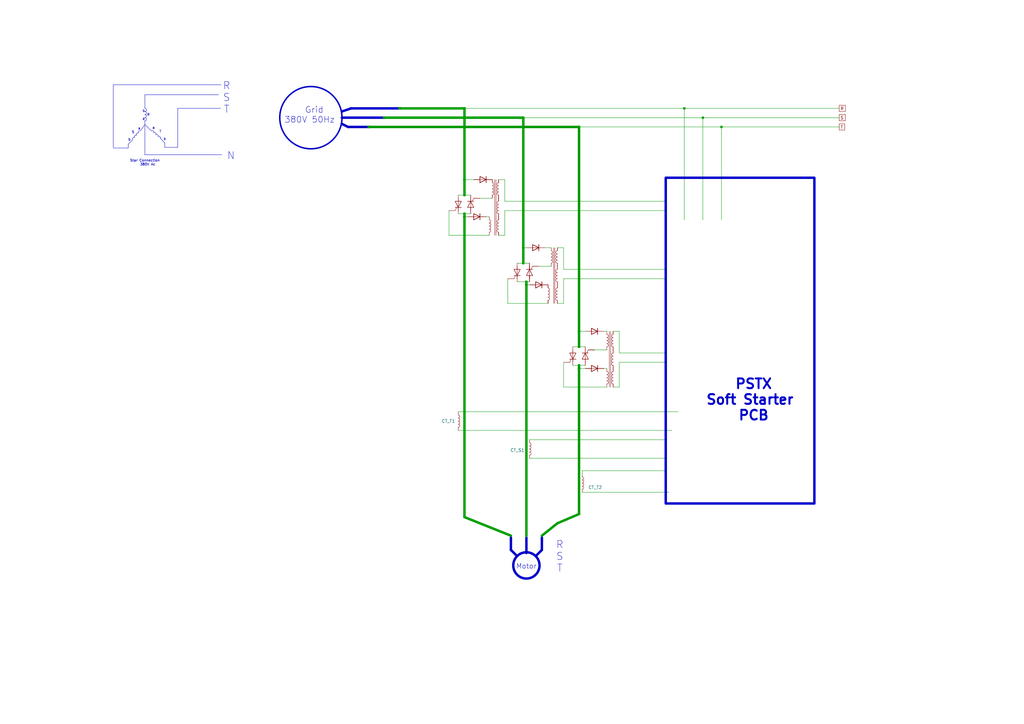
<source format=kicad_sch>
(kicad_sch (version 20250114) (generator "eeschema") (generator_version "9.0")
  (paper "A3")
  (title_block (date "2025-09-04"))
  (lib_symbols
    (symbol "Device:L" (pin_numbers (hide yes)) (pin_names (offset 1.016) (hide yes))
      (property "Reference" "L" (at -1.27 0 90))
      (property "Value" "L" (at 1.905 0 90))
      (symbol "L_0_1"
        (arc (start 0 2.54) (mid 0.6323 1.905) (end 0 1.27))
        (arc (start 0 1.27) (mid 0.6323 0.635) (end 0 0))
        (arc (start 0 0) (mid 0.6323 -0.635) (end 0 -1.27))
        (arc (start 0 -1.27) (mid 0.6323 -1.905) (end 0 -2.54))
      )
      (symbol "L_1_1"
        (pin passive line (at 0 3.81 270) (length 1.27) (name "1") (number "1"))
        (pin passive line (at 0 -3.81 90) (length 1.27) (name "2") (number "2"))
      )
    )
    (symbol "Diode:RF01VM2S" (pin_numbers (hide yes)) (pin_names (hide yes))
      (property "Reference" "D" (at 0 2.54 0))
      (property "Value" "RF01VM2S" (at 0 -2.54 0))
      (symbol "RF01VM2S_0_1"
        (polyline (pts (xy -1.27 1.27) (xy -1.27 -1.27)) (stroke (width 0.254)))
        (polyline (pts (xy 1.27 1.27) (xy 1.27 -1.27) (xy -1.27 0) (xy 1.27 1.27)) (stroke (width 0.254)))
        (polyline (pts (xy 1.27 0) (xy -1.27 0)))
      )
      (symbol "RF01VM2S_1_1"
        (pin passive line (at -3.81 0 0) (length 2.54) (name "K") (number "1"))
        (pin passive line (at 3.81 0 180) (length 2.54) (name "A") (number "2"))
      )
    )
    (symbol "TIC106_1" (pin_numbers (hide yes)) (pin_names (offset 0) (hide yes))
      (property "Reference" "Q" (at 2.54 1.905 0))
      (property "Value" "TIC106" (at 2.54 0 0))
      (symbol "TIC106_1_0_1"
        (polyline (pts (xy -1.27 1.27) (xy 1.27 1.27) (xy 0 -1.27) (xy -1.27 1.27)) (stroke (width 0.2032)))
        (polyline (pts (xy -1.27 -1.27) (xy 1.27 -1.27)) (stroke (width 0.2032)))
        (polyline (pts (xy -1.27 -2.54) (xy -0.635 -1.27)))
        (polyline (pts (xy 0 -2.54) (xy 0 2.54)))
      )
      (symbol "TIC106_1_1_1"
        (pin input line (at -3.81 -2.54 0) (length 2.54) (name "G") (number "3"))
        (pin passive line (at 0 3.81 270) (length 2.54) (name "A") (number "2"))
        (pin passive line (at 0 -3.81 90) (length 2.54) (name "K") (number "1"))
      )
    )
  )
  (circle (center 215.9 231.902) (radius 5.3882) (stroke (width 1)))
  (rectangle (start 273.05 72.898) (end 334.01 206.502) (stroke (width 1)))
  (arc (start 64.841 55.955) (mid 65.591 56.0539) (end 65.751 56.725))
  (arc (start 54.414 57.38) (mid 54.4487 56.6123) (end 55.176 56.364))
  (arc (start 62.043 53.633) (mid 62.8107 53.6677) (end 63.059 54.395))
  (arc (start 59.4358 48.26) (mid 60.0709 48.8949) (end 59.436 49.53))
  (arc (start 55.168 56.39) (mid 55.2669 55.64) (end 55.938 55.48))
  (arc (start 56.736 54.582) (mid 56.8349 53.832) (end 57.506 53.672))
  (arc (start 59.436 45.72) (mid 60.071 46.355) (end 59.436 46.99))
  (arc (start 59.436 44.45) (mid 60.071 45.085) (end 59.436 45.72))
  (arc (start 63.851 55.201) (mid 64.6187 55.2357) (end 64.867 55.963))
  (circle (center 127.508 48.26) (radius 12.7633) (stroke (width 0.6)))
  (arc (start 63.033 54.387) (mid 63.783 54.4859) (end 63.943 55.157))
  (arc (start 55.982 55.572) (mid 56.0167 54.8043) (end 56.744 54.556))
  (arc (start 59.4362 46.99) (mid 60.0599 47.6251) (end 59.436 48.26))
  (text "Star Connection\n   380V Ac" (at 59.436 66.802 0) (effects (font (size 1 1))))
  (text "PSTX\nSoft Starter \nPCB" (at 309.118 164.084 0) (effects (font (size 4 4) (thickness 0.8) (bold yes))))
  (text "a" (at 57.15 52.832 0) (effects (font (size 1 1))))
  (text "S" (at 54.61 54.356 0) (effects (font (size 1 1))))
  (text "N" (at 94.742 64.008 0) (effects (font (size 3 3))))
  (text "b" (at 53.086 57.404 0) (effects (font (size 1 1))))
  (text "T" (at 65.786 54.102 0) (effects (font (size 1 1))))
  (text "b\n     R\na\n" (at 58.928 47.244 0) (effects (font (size 1 1))))
  (text "R\nS\nT" (at 92.964 40.132 0) (effects (font (size 3 3))))
  (text "Motor" (at 215.9 232.41 0) (effects (font (size 2 2))))
  (text "  Grid\n380V 50Hz" (at 127 47.244 0) (effects (font (size 2.5 2.5))))
  (text "b" (at 67.564 57.15 0) (effects (font (size 1 1))))
  (text "a" (at 62.992 52.578 0) (effects (font (size 1 1))))
  (text "R\nS\nT" (at 229.616 228.346 0) (effects (font (size 3 3))))
  (junction (at 214.63 48.26))
  (junction (at 190.5 80.01))
  (junction (at 190.5 73.66))
  (junction (at 214.63 107.95))
  (junction (at 280.67 44.45))
  (junction (at 288.29 48.26))
  (junction (at 237.49 135.89))
  (junction (at 295.91 52.07))
  (junction (at 237.49 149.86))
  (junction (at 190.5 44.45))
  (junction (at 237.49 142.24))
  (junction (at 214.63 101.6))
  (junction (at 215.9 116.84))
  (junction (at 237.49 151.13))
  (junction (at 190.5 88.9))
  (junction (at 215.9 115.57))
  (junction (at 190.5 87.63))
  (junction (at 237.49 52.07))
  (wire (pts (xy 254 135.89) (xy 254 144.78)))
  (polyline (pts (xy 209.55 220.472) (xy 209.55 225.552)) (stroke (width 1) (type solid)))
  (wire (pts (xy 254 144.78) (xy 273.05 144.78)))
  (polyline (pts (xy 67.564 58.674) (xy 67.564 60.452)))
  (wire (pts (xy 207.01 86.36) (xy 273.05 86.36)))
  (polyline (pts (xy 52.578 60.706) (xy 46.482 60.706)))
  (wire (pts (xy 215.9 115.57) (xy 215.9 116.84)) (stroke (width 1)))
  (wire (pts (xy 190.5 88.9) (xy 190.5 212.09)) (stroke (width 1)))
  (polyline (pts (xy 222.25 220.472) (xy 222.25 225.552)) (stroke (width 1) (type solid)))
  (wire (pts (xy 231.14 110.49) (xy 273.05 110.49)))
  (wire (pts (xy 222.25 219.71) (xy 228.6 214.63)) (stroke (width 1)))
  (wire (pts (xy 231.14 114.3) (xy 231.14 124.46)))
  (wire (pts (xy 207.01 86.36) (xy 207.01 96.52)))
  (polyline (pts (xy 65.786 56.642) (xy 67.564 58.674)))
  (wire (pts (xy 231.14 158.75) (xy 248.92 158.75)))
  (polyline (pts (xy 249.936 135.89) (xy 249.936 158.75)) (stroke (width 0) (type solid) (color 132 0 0 1)))
  (wire (pts (xy 214.63 48.26) (xy 288.29 48.26)))
  (wire (pts (xy 215.9 101.6) (xy 214.63 101.6)))
  (wire (pts (xy 220.98 109.22) (xy 226.06 109.22)))
  (polyline (pts (xy 52.578 59.182) (xy 52.578 60.706)))
  (polyline (pts (xy 72.898 44.45) (xy 90.424 44.45)))
  (wire (pts (xy 190.5 80.01) (xy 193.04 80.01)))
  (wire (pts (xy 251.46 158.75) (xy 254 158.75)))
  (wire (pts (xy 280.67 44.45) (xy 344.17 44.45)))
  (wire (pts (xy 190.5 87.63) (xy 190.5 88.9)) (stroke (width 1)))
  (wire (pts (xy 247.65 135.89) (xy 248.92 135.89)))
  (wire (pts (xy 187.96 87.63) (xy 190.5 87.63)))
  (wire (pts (xy 151.13 52.07) (xy 237.49 52.07)) (stroke (width 1)))
  (wire (pts (xy 237.49 151.13) (xy 237.49 210.82)) (stroke (width 1)))
  (wire (pts (xy 231.14 114.3) (xy 273.05 114.3)))
  (polyline (pts (xy 59.436 44.45) (xy 59.436 38.862)))
  (wire (pts (xy 184.15 96.52) (xy 200.66 96.52)))
  (wire (pts (xy 217.17 180.34) (xy 273.05 180.34)))
  (wire (pts (xy 237.49 52.07) (xy 237.49 135.89)) (stroke (width 1)))
  (wire (pts (xy 295.91 52.07) (xy 295.91 90.17)))
  (polyline (pts (xy 59.436 38.862) (xy 89.662 38.862)))
  (polyline (pts (xy 57.658 53.594) (xy 59.436 51.054)))
  (wire (pts (xy 295.91 52.07) (xy 344.17 52.07)))
  (polyline (pts (xy 215.9 220.472) (xy 215.9 226.822)) (stroke (width 1) (type solid)))
  (wire (pts (xy 208.28 114.3) (xy 208.28 124.46)))
  (wire (pts (xy 190.5 44.45) (xy 163.83 44.45)) (stroke (width 1)))
  (wire (pts (xy 190.5 80.01) (xy 190.5 73.66)) (stroke (width 1)))
  (polyline (pts (xy 140.208 50.8) (xy 142.748 52.07)) (stroke (width 1) (type solid)))
  (wire (pts (xy 212.09 107.95) (xy 214.63 107.95)))
  (polyline (pts (xy 151.638 52.07) (xy 142.748 52.07)) (stroke (width 1) (type solid)))
  (polyline (pts (xy 227.076 101.6) (xy 227.076 124.46)) (stroke (width 0) (type solid) (color 132 0 0 1)))
  (wire (pts (xy 248.92 143.51) (xy 243.84 143.51)))
  (wire (pts (xy 231.14 158.75) (xy 231.14 148.59)))
  (wire (pts (xy 204.47 96.52) (xy 207.01 96.52)))
  (wire (pts (xy 223.52 101.6) (xy 226.06 101.6)))
  (wire (pts (xy 228.6 214.63) (xy 237.49 210.82)) (stroke (width 1)))
  (polyline (pts (xy 59.436 51.054) (xy 61.976 53.594)))
  (wire (pts (xy 201.93 81.28) (xy 196.85 81.28)))
  (polyline (pts (xy 46.482 34.798) (xy 90.678 34.798)))
  (wire (pts (xy 234.95 149.86) (xy 237.49 149.86)))
  (wire (pts (xy 214.63 107.95) (xy 217.17 107.95)))
  (wire (pts (xy 237.49 149.86) (xy 237.49 151.13)) (stroke (width 1)))
  (polyline (pts (xy 59.436 51.562) (xy 59.436 63.5)))
  (wire (pts (xy 194.31 73.66) (xy 190.5 73.66)))
  (wire (pts (xy 280.67 44.45) (xy 280.67 90.17)))
  (wire (pts (xy 238.76 193.04) (xy 238.76 194.31)))
  (wire (pts (xy 215.9 116.84) (xy 215.9 219.71)) (stroke (width 1)))
  (polyline (pts (xy 46.482 34.798) (xy 46.482 60.452)))
  (polyline (pts (xy 67.564 60.452) (xy 72.898 60.452)))
  (wire (pts (xy 237.49 135.89) (xy 237.49 137.16)))
  (wire (pts (xy 234.95 142.24) (xy 237.49 142.24)))
  (wire (pts (xy 199.39 88.9) (xy 200.66 88.9)))
  (wire (pts (xy 237.49 135.89) (xy 240.03 135.89)))
  (wire (pts (xy 190.5 73.66) (xy 190.5 44.45)) (stroke (width 1)))
  (wire (pts (xy 208.28 124.46) (xy 224.79 124.46)))
  (wire (pts (xy 204.47 73.66) (xy 207.01 73.66)))
  (wire (pts (xy 238.76 193.04) (xy 273.05 193.04)))
  (wire (pts (xy 187.96 176.53) (xy 275.59 176.53)))
  (polyline (pts (xy 219.71 228.092) (xy 222.25 225.552)) (stroke (width 1) (type solid)))
  (wire (pts (xy 217.17 187.96) (xy 273.05 187.96)))
  (polyline (pts (xy 202.946 73.66) (xy 202.946 96.52)) (stroke (width 0) (type solid) (color 132 0 0 1)))
  (wire (pts (xy 215.9 116.84) (xy 217.17 116.84)))
  (wire (pts (xy 190.5 44.45) (xy 280.67 44.45)))
  (wire (pts (xy 248.92 151.13) (xy 247.65 151.13)))
  (wire (pts (xy 251.46 135.89) (xy 254 135.89)))
  (wire (pts (xy 254 148.59) (xy 273.05 148.59)))
  (wire (pts (xy 207.01 82.55) (xy 273.05 82.55)))
  (wire (pts (xy 184.15 96.52) (xy 184.15 86.36)))
  (wire (pts (xy 187.96 80.01) (xy 190.5 80.01)))
  (wire (pts (xy 215.9 115.57) (xy 217.17 115.57)))
  (wire (pts (xy 228.6 101.6) (xy 231.14 101.6)))
  (wire (pts (xy 163.83 44.45) (xy 190.5 44.45)))
  (wire (pts (xy 231.14 101.6) (xy 231.14 110.49)))
  (wire (pts (xy 190.5 87.63) (xy 193.04 87.63)))
  (polyline (pts (xy 250.444 135.89) (xy 250.444 158.75)) (stroke (width 0) (type solid) (color 132 0 0 1)))
  (wire (pts (xy 240.03 151.13) (xy 237.49 151.13)))
  (wire (pts (xy 228.6 124.46) (xy 231.14 124.46)))
  (polyline (pts (xy 227.584 101.6) (xy 227.584 124.46)) (stroke (width 0) (type solid) (color 132 0 0 1)))
  (wire (pts (xy 214.63 101.6) (xy 214.63 48.26)) (stroke (width 1)))
  (wire (pts (xy 288.29 48.26) (xy 288.29 90.17)))
  (wire (pts (xy 237.49 149.86) (xy 240.03 149.86)))
  (wire (pts (xy 254 148.59) (xy 254 158.75)))
  (wire (pts (xy 190.5 88.9) (xy 191.77 88.9)))
  (wire (pts (xy 207.01 73.66) (xy 207.01 82.55)))
  (polyline (pts (xy 212.09 228.092) (xy 209.55 225.552)) (stroke (width 1) (type solid)))
  (wire (pts (xy 237.49 135.89) (xy 237.49 142.24)) (stroke (width 1)))
  (wire (pts (xy 212.09 115.57) (xy 215.9 115.57)))
  (polyline (pts (xy 203.454 73.66) (xy 203.454 96.52)) (stroke (width 0) (type solid) (color 132 0 0 1)))
  (polyline (pts (xy 72.898 44.45) (xy 72.898 60.452)))
  (wire (pts (xy 295.91 52.07) (xy 237.49 52.07)))
  (wire (pts (xy 238.76 201.93) (xy 274.32 201.93)))
  (polyline (pts (xy 157.988 48.26) (xy 140.208 48.26)) (stroke (width 1) (type solid)))
  (polyline (pts (xy 54.356 57.404) (xy 52.578 59.182)))
  (wire (pts (xy 214.63 107.95) (xy 214.63 101.6)) (stroke (width 1)))
  (wire (pts (xy 288.29 48.26) (xy 344.17 48.26)))
  (wire (pts (xy 187.96 168.91) (xy 278.13 168.91)))
  (polyline (pts (xy 164.338 44.45) (xy 144.018 44.45)) (stroke (width 1) (type solid)))
  (polyline (pts (xy 59.436 63.5) (xy 90.932 63.5)))
  (wire (pts (xy 190.5 212.09) (xy 209.55 219.71)) (stroke (width 1)))
  (wire (pts (xy 237.49 142.24) (xy 240.03 142.24)))
  (polyline (pts (xy 59.436 51.054) (xy 59.436 49.53)))
  (polyline (pts (xy 140.208 45.72) (xy 144.018 44.45)) (stroke (width 1) (type solid)))
  (wire (pts (xy 214.63 48.26) (xy 157.48 48.26)) (stroke (width 1)))
  (global_label "R" (shape passive) (at 344.17 44.45 0) (property "Intersheetrefs" "${INTERSHEET_REFS}" (effects (hide yes))))
  (global_label "T" (shape passive) (at 344.17 52.07 0) (property "Intersheetrefs" "${INTERSHEET_REFS}" (effects (hide yes))))
  (global_label "S" (shape passive) (at 344.17 48.26 0) (property "Intersheetrefs" "${INTERSHEET_REFS}" (effects (hide yes))))
  (symbol (lib_id "Device:L") (at 204.47 77.47 180) (unit 1)
    (property "Reference" "CT_S14" (effects (hide yes)))
    (property "Description" "Inductor" (effects (hide yes)))
  )
  (symbol (lib_id "Diode:RF01VM2S") (at 219.71 101.6 180) (unit 1)
    (property "Reference" "D3" (effects (hide yes)))
    (property "Value" "RF01VM2S" (effects (hide yes)))
    (property "Footprint" "Diode_SMD:D_SOD-323" (effects (hide yes)))
    (property "Datasheet" "https://fscdn.rohm.com/en/products/databook/datasheet/discrete/diode/fast_recovery/rf01vm2s.pdf" (effects (hide yes)))
    (property "Description" "250 V, 100 mA, Super Fast Recovery Diode, SOD-323" (effects (hide yes)))
    (property "Sim.Device" "D" (effects (hide yes)))
    (property "Sim.Pins" "1=K 2=A" (effects (hide yes)))
  )
  (symbol (lib_id "Device:L") (at 217.17 184.15 0) (unit 1)
    (property "Reference" "CT_S1" (at 209.296 184.658 0) (effects (justify left)))
    (property "Description" "Inductor" (effects (hide yes)))
  )
  (symbol (lib_id "Device:L") (at 200.66 92.71 0) (unit 1)
    (property "Reference" "CT_S12" (effects (hide yes)))
    (property "Description" "Inductor" (effects (hide yes)))
  )
  (symbol (lib_name "TIC106_1") (lib_id "Triac_Thyristor:TIC106") (at 212.09 111.76 0) (unit 1)
    (property "Reference" "Q3" (effects (hide yes)))
    (property "Value" "TIC106" (effects (hide yes)))
    (property "Footprint" "Package_TO_SOT_THT:TO-220-3_Vertical" (effects (hide yes)))
    (property "Datasheet" "http://pdf.datasheetcatalog.com/datasheet/PowerInnovations/mXyzrtvs.pdf" (effects (hide yes)))
    (property "Description" "5A Ion, 400-800V Voff, Silicon Controlled Rectifier (Thyristor), TO-220" (effects (hide yes)))
  )
  (symbol (lib_id "Device:L") (at 204.47 85.09 180) (unit 1)
    (property "Reference" "CT_S15" (effects (hide yes)))
    (property "Description" "Inductor" (effects (hide yes)))
  )
  (symbol (lib_name "TIC106_1") (lib_id "Triac_Thyristor:TIC106") (at 234.95 146.05 0) (unit 1)
    (property "Reference" "Q5" (effects (hide yes)))
    (property "Value" "TIC106" (effects (hide yes)))
    (property "Footprint" "Package_TO_SOT_THT:TO-220-3_Vertical" (effects (hide yes)))
    (property "Datasheet" "http://pdf.datasheetcatalog.com/datasheet/PowerInnovations/mXyzrtvs.pdf" (effects (hide yes)))
    (property "Description" "5A Ion, 400-800V Voff, Silicon Controlled Rectifier (Thyristor), TO-220" (effects (hide yes)))
  )
  (symbol (lib_id "Device:L") (at 201.93 77.47 0) (unit 1)
    (property "Reference" "CT_S13" (effects (hide yes)))
    (property "Description" "Inductor" (effects (hide yes)))
  )
  (symbol (lib_name "TIC106_1") (lib_id "Triac_Thyristor:TIC106") (at 217.17 111.76 180) (unit 1)
    (property "Reference" "Q4" (effects (hide yes)))
    (property "Value" "TIC106" (effects (hide yes)))
    (property "Footprint" "Package_TO_SOT_THT:TO-220-3_Vertical" (effects (hide yes)))
    (property "Datasheet" "http://pdf.datasheetcatalog.com/datasheet/PowerInnovations/mXyzrtvs.pdf" (effects (hide yes)))
    (property "Description" "5A Ion, 400-800V Voff, Silicon Controlled Rectifier (Thyristor), TO-220" (effects (hide yes)))
  )
  (symbol (lib_name "TIC106_1") (lib_id "Triac_Thyristor:TIC106") (at 193.04 83.82 180) (unit 1)
    (property "Reference" "Q1" (effects (hide yes)))
    (property "Value" "TIC106" (effects (hide yes)))
    (property "Footprint" "Package_TO_SOT_THT:TO-220-3_Vertical" (effects (hide yes)))
    (property "Datasheet" "http://pdf.datasheetcatalog.com/datasheet/PowerInnovations/mXyzrtvs.pdf" (effects (hide yes)))
    (property "Description" "5A Ion, 400-800V Voff, Silicon Controlled Rectifier (Thyristor), TO-220" (effects (hide yes)))
  )
  (symbol (lib_id "Diode:RF01VM2S") (at 243.84 151.13 180) (unit 1)
    (property "Reference" "D5" (effects (hide yes)))
    (property "Value" "RF01VM2S" (effects (hide yes)))
    (property "Footprint" "Diode_SMD:D_SOD-323" (effects (hide yes)))
    (property "Datasheet" "https://fscdn.rohm.com/en/products/databook/datasheet/discrete/diode/fast_recovery/rf01vm2s.pdf" (effects (hide yes)))
    (property "Description" "250 V, 100 mA, Super Fast Recovery Diode, SOD-323" (effects (hide yes)))
    (property "Sim.Device" "D" (effects (hide yes)))
    (property "Sim.Pins" "1=K 2=A" (effects (hide yes)))
  )
  (symbol (lib_id "Device:L") (at 248.92 154.94 0) (unit 1)
    (property "Reference" "CT_S4" (effects (hide yes)))
    (property "Description" "Inductor" (effects (hide yes)))
  )
  (symbol (lib_id "Device:L") (at 238.76 198.12 0) (unit 1)
    (property "Reference" "CT_T2" (at 241.3 199.898 0) (effects (justify left)))
    (property "Description" "Inductor" (effects (hide yes)))
  )
  (symbol (lib_id "Device:L") (at 251.46 147.32 180) (unit 1)
    (property "Reference" "CT_S10" (effects (hide yes)))
    (property "Description" "Inductor" (effects (hide yes)))
  )
  (symbol (lib_id "Device:L") (at 228.6 113.03 180) (unit 1)
    (property "Reference" "CT_S9" (effects (hide yes)))
    (property "Description" "Inductor" (effects (hide yes)))
  )
  (symbol (lib_id "Device:L") (at 248.92 139.7 0) (unit 1)
    (property "Reference" "CT_S2" (effects (hide yes)))
    (property "Description" "Inductor" (effects (hide yes)))
  )
  (symbol (lib_id "Diode:RF01VM2S") (at 195.58 88.9 180) (unit 1)
    (property "Reference" "D1" (effects (hide yes)))
    (property "Value" "RF01VM2S" (effects (hide yes)))
    (property "Footprint" "Diode_SMD:D_SOD-323" (effects (hide yes)))
    (property "Datasheet" "https://fscdn.rohm.com/en/products/databook/datasheet/discrete/diode/fast_recovery/rf01vm2s.pdf" (effects (hide yes)))
    (property "Description" "250 V, 100 mA, Super Fast Recovery Diode, SOD-323" (effects (hide yes)))
    (property "Sim.Device" "D" (effects (hide yes)))
    (property "Sim.Pins" "1=K 2=A" (effects (hide yes)))
  )
  (symbol (lib_id "Device:L") (at 204.47 92.71 180) (unit 1)
    (property "Reference" "CT_S16" (effects (hide yes)))
    (property "Description" "Inductor" (effects (hide yes)))
  )
  (symbol (lib_id "Diode:RF01VM2S") (at 243.84 135.89 180) (unit 1)
    (property "Reference" "D4" (effects (hide yes)))
    (property "Value" "RF01VM2S" (effects (hide yes)))
    (property "Footprint" "Diode_SMD:D_SOD-323" (effects (hide yes)))
    (property "Datasheet" "https://fscdn.rohm.com/en/products/databook/datasheet/discrete/diode/fast_recovery/rf01vm2s.pdf" (effects (hide yes)))
    (property "Description" "250 V, 100 mA, Super Fast Recovery Diode, SOD-323" (effects (hide yes)))
    (property "Sim.Device" "D" (effects (hide yes)))
    (property "Sim.Pins" "1=K 2=A" (effects (hide yes)))
  )
  (symbol (lib_id "Device:L") (at 251.46 154.94 180) (unit 1)
    (property "Reference" "CT_S5" (effects (hide yes)))
    (property "Description" "Inductor" (effects (hide yes)))
  )
  (symbol (lib_name "TIC106_1") (lib_id "Triac_Thyristor:TIC106") (at 240.03 146.05 180) (unit 1)
    (property "Reference" "Q6" (effects (hide yes)))
    (property "Value" "TIC106" (effects (hide yes)))
    (property "Footprint" "Package_TO_SOT_THT:TO-220-3_Vertical" (effects (hide yes)))
    (property "Datasheet" "http://pdf.datasheetcatalog.com/datasheet/PowerInnovations/mXyzrtvs.pdf" (effects (hide yes)))
    (property "Description" "5A Ion, 400-800V Voff, Silicon Controlled Rectifier (Thyristor), TO-220" (effects (hide yes)))
  )
  (symbol (lib_id "Device:L") (at 228.6 105.41 180) (unit 1)
    (property "Reference" "CT_S8" (effects (hide yes)))
    (property "Description" "Inductor" (effects (hide yes)))
  )
  (symbol (lib_id "Diode:RF01VM2S") (at 198.12 73.66 180) (unit 1)
    (property "Reference" "D2" (effects (hide yes)))
    (property "Value" "RF01VM2S" (effects (hide yes)))
    (property "Footprint" "Diode_SMD:D_SOD-323" (effects (hide yes)))
    (property "Datasheet" "https://fscdn.rohm.com/en/products/databook/datasheet/discrete/diode/fast_recovery/rf01vm2s.pdf" (effects (hide yes)))
    (property "Description" "250 V, 100 mA, Super Fast Recovery Diode, SOD-323" (effects (hide yes)))
    (property "Sim.Device" "D" (effects (hide yes)))
    (property "Sim.Pins" "1=K 2=A" (effects (hide yes)))
  )
  (symbol (lib_id "Device:L") (at 228.6 120.65 180) (unit 1)
    (property "Reference" "CT_S11" (effects (hide yes)))
    (property "Description" "Inductor" (effects (hide yes)))
  )
  (symbol (lib_id "Device:L") (at 187.96 172.72 0) (unit 1)
    (property "Reference" "CT_T1" (at 181.102 172.72 0) (effects (justify left)))
    (property "Description" "Inductor" (effects (hide yes)))
  )
  (symbol (lib_id "Device:L") (at 226.06 105.41 0) (unit 1)
    (property "Reference" "CT_S6" (effects (hide yes)))
    (property "Description" "Inductor" (effects (hide yes)))
  )
  (symbol (lib_id "Device:L") (at 224.79 120.65 0) (unit 1)
    (property "Reference" "CT_S7" (effects (hide yes)))
    (property "Description" "Inductor" (effects (hide yes)))
  )
  (symbol (lib_name "TIC106_1") (lib_id "Triac_Thyristor:TIC106") (at 187.96 83.82 0) (unit 1)
    (property "Reference" "Q2" (effects (hide yes)))
    (property "Value" "TIC106" (effects (hide yes)))
    (property "Footprint" "Package_TO_SOT_THT:TO-220-3_Vertical" (effects (hide yes)))
    (property "Datasheet" "http://pdf.datasheetcatalog.com/datasheet/PowerInnovations/mXyzrtvs.pdf" (effects (hide yes)))
    (property "Description" "5A Ion, 400-800V Voff, Silicon Controlled Rectifier (Thyristor), TO-220" (effects (hide yes)))
  )
  (symbol (lib_id "Diode:RF01VM2S") (at 220.98 116.84 180) (unit 1)
    (property "Reference" "D6" (effects (hide yes)))
    (property "Value" "RF01VM2S" (effects (hide yes)))
    (property "Footprint" "Diode_SMD:D_SOD-323" (effects (hide yes)))
    (property "Datasheet" "https://fscdn.rohm.com/en/products/databook/datasheet/discrete/diode/fast_recovery/rf01vm2s.pdf" (effects (hide yes)))
    (property "Description" "250 V, 100 mA, Super Fast Recovery Diode, SOD-323" (effects (hide yes)))
    (property "Sim.Device" "D" (effects (hide yes)))
    (property "Sim.Pins" "1=K 2=A" (effects (hide yes)))
  )
  (symbol (lib_id "Device:L") (at 251.46 139.7 180) (unit 1)
    (property "Reference" "CT_S3" (effects (hide yes)))
    (property "Description" "Inductor" (effects (hide yes)))
  )
)
</source>
